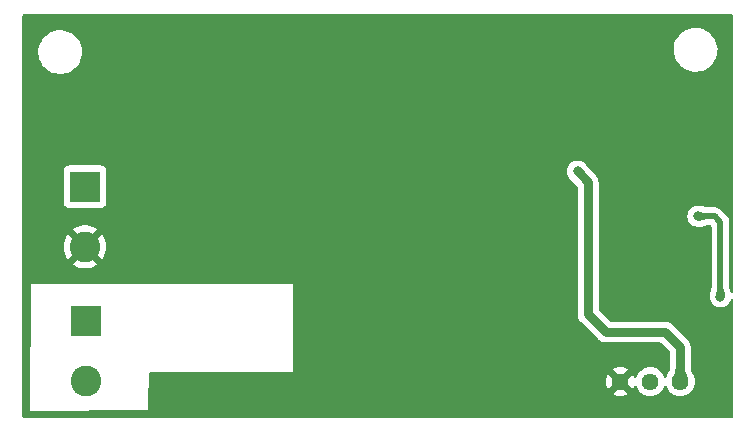
<source format=gbr>
%TF.GenerationSoftware,KiCad,Pcbnew,7.0.5*%
%TF.CreationDate,2023-07-04T22:36:34+05:30*%
%TF.ProjectId,BUCK_LOW_EMI,4255434b-5f4c-44f5-975f-454d492e6b69,rev?*%
%TF.SameCoordinates,Original*%
%TF.FileFunction,Copper,L2,Bot*%
%TF.FilePolarity,Positive*%
%FSLAX46Y46*%
G04 Gerber Fmt 4.6, Leading zero omitted, Abs format (unit mm)*
G04 Created by KiCad (PCBNEW 7.0.5) date 2023-07-04 22:36:34*
%MOMM*%
%LPD*%
G01*
G04 APERTURE LIST*
%TA.AperFunction,ComponentPad*%
%ADD10R,2.600000X2.600000*%
%TD*%
%TA.AperFunction,ComponentPad*%
%ADD11C,2.600000*%
%TD*%
%TA.AperFunction,ComponentPad*%
%ADD12C,1.440000*%
%TD*%
%TA.AperFunction,ViaPad*%
%ADD13C,0.800000*%
%TD*%
%TA.AperFunction,Conductor*%
%ADD14C,0.500000*%
%TD*%
%TA.AperFunction,Conductor*%
%ADD15C,0.750000*%
%TD*%
G04 APERTURE END LIST*
D10*
%TO.P,J1,1,Pin_1*%
%TO.N,Net-(D1-K)*%
X62595000Y-86255000D03*
D11*
%TO.P,J1,2,Pin_2*%
%TO.N,Net-(D3-K)*%
X62595000Y-91335000D03*
%TD*%
D12*
%TO.P,RV1,1,1*%
%TO.N,/VDC*%
X112900000Y-91400000D03*
%TO.P,RV1,2,2*%
%TO.N,Net-(U1-FB)*%
X110360000Y-91400000D03*
%TO.P,RV1,3,3*%
%TO.N,GND*%
X107820000Y-91400000D03*
%TD*%
D10*
%TO.P,J2,1,Pin_1*%
%TO.N,/VDC1*%
X62500000Y-74900000D03*
D11*
%TO.P,J2,2,Pin_2*%
%TO.N,GND*%
X62500000Y-79980000D03*
%TD*%
D13*
%TO.N,GND*%
X115000000Y-79600000D03*
X82200000Y-61100000D03*
X95000000Y-92700000D03*
X68000000Y-66500000D03*
X68700000Y-79400000D03*
X107400000Y-65500000D03*
X107600000Y-76000000D03*
X109400000Y-65500000D03*
X93400000Y-61000000D03*
X70800000Y-81400000D03*
X68700000Y-81400000D03*
X75700000Y-81300000D03*
X114200000Y-81200000D03*
X93000000Y-92700000D03*
X114200000Y-80200000D03*
X71000000Y-91100000D03*
X66000000Y-62500000D03*
X95000000Y-90700000D03*
X66000000Y-66500000D03*
X68800000Y-91100000D03*
X92600000Y-75600000D03*
X116500000Y-71900000D03*
X68000000Y-62500000D03*
X68000000Y-64500000D03*
X114200000Y-79100000D03*
X116500000Y-73600000D03*
X107600000Y-77300000D03*
X105400000Y-67500000D03*
X64000000Y-62500000D03*
X107400000Y-67500000D03*
X75800000Y-92600000D03*
X115000000Y-80700000D03*
X75700000Y-79400000D03*
X104000000Y-61000000D03*
X71000000Y-93900000D03*
X94600000Y-77600000D03*
X68800000Y-92600000D03*
X71000000Y-92600000D03*
X105400000Y-63500000D03*
X66000000Y-64500000D03*
X109400000Y-63500000D03*
X68800000Y-93900000D03*
X107400000Y-63500000D03*
X64000000Y-66500000D03*
X94600000Y-75600000D03*
X64000000Y-64500000D03*
X93000000Y-90700000D03*
X116500000Y-75500000D03*
X92600000Y-77600000D03*
X72600000Y-61000000D03*
X109400000Y-67500000D03*
X70800000Y-79400000D03*
X105400000Y-65500000D03*
X107600000Y-78500000D03*
%TO.N,Net-(U1-SW)*%
X116300000Y-84200000D03*
X114400000Y-77400000D03*
%TO.N,/VDC*%
X104200000Y-73600000D03*
%TD*%
D14*
%TO.N,Net-(U1-SW)*%
X116300000Y-77900000D02*
X116100000Y-77700000D01*
X116300000Y-84200000D02*
X116300000Y-77900000D01*
X116100000Y-77700000D02*
X115800000Y-77400000D01*
X115800000Y-77400000D02*
X114400000Y-77400000D01*
D15*
%TO.N,/VDC*%
X111600000Y-87200000D02*
X106600000Y-87200000D01*
X105100000Y-74500000D02*
X104200000Y-73600000D01*
X112900000Y-88500000D02*
X111600000Y-87200000D01*
X112900000Y-91400000D02*
X112900000Y-88500000D01*
X105100000Y-85700000D02*
X105100000Y-74500000D01*
X106600000Y-87200000D02*
X105100000Y-85700000D01*
%TD*%
%TA.AperFunction,Conductor*%
%TO.N,GND*%
G36*
X117342539Y-60320185D02*
G01*
X117388294Y-60372989D01*
X117399500Y-60424500D01*
X117399499Y-83772965D01*
X117379814Y-83840004D01*
X117327010Y-83885759D01*
X117257852Y-83895703D01*
X117194296Y-83866678D01*
X117156522Y-83807900D01*
X117155683Y-83804903D01*
X117134224Y-83724259D01*
X117130861Y-83712732D01*
X117127041Y-83700707D01*
X117123099Y-83689257D01*
X117086125Y-83589669D01*
X117084334Y-83584033D01*
X117068904Y-83526046D01*
X117065108Y-83503783D01*
X117054816Y-83371572D01*
X117054815Y-83371564D01*
X117054815Y-83371559D01*
X117050962Y-83337252D01*
X117050888Y-83336591D01*
X117050500Y-83329667D01*
X117050500Y-77963705D01*
X117051809Y-77945735D01*
X117053789Y-77932214D01*
X117055289Y-77921977D01*
X117050735Y-77869931D01*
X117050500Y-77864528D01*
X117050500Y-77856296D01*
X117050500Y-77856291D01*
X117046795Y-77824602D01*
X117046618Y-77822876D01*
X117039999Y-77747203D01*
X117039999Y-77747201D01*
X117038539Y-77740129D01*
X117038597Y-77740116D01*
X117036965Y-77732757D01*
X117036906Y-77732772D01*
X117035241Y-77725751D01*
X117035241Y-77725745D01*
X117009267Y-77654382D01*
X117008691Y-77652723D01*
X116984814Y-77580666D01*
X116984810Y-77580659D01*
X116981760Y-77574118D01*
X116981815Y-77574091D01*
X116978533Y-77567313D01*
X116978480Y-77567340D01*
X116975236Y-77560881D01*
X116933529Y-77497470D01*
X116932560Y-77495949D01*
X116892710Y-77431342D01*
X116888234Y-77425682D01*
X116888281Y-77425644D01*
X116883519Y-77419799D01*
X116883474Y-77419838D01*
X116878831Y-77414305D01*
X116823620Y-77362216D01*
X116822360Y-77360993D01*
X116599777Y-77138409D01*
X116375729Y-76914361D01*
X116363949Y-76900730D01*
X116356482Y-76890701D01*
X116349612Y-76881472D01*
X116349610Y-76881470D01*
X116309587Y-76847886D01*
X116305612Y-76844244D01*
X116302690Y-76841322D01*
X116299779Y-76838410D01*
X116274736Y-76818609D01*
X116273338Y-76817470D01*
X116215214Y-76768698D01*
X116209180Y-76764729D01*
X116209212Y-76764680D01*
X116202853Y-76760628D01*
X116202822Y-76760679D01*
X116196680Y-76756891D01*
X116196678Y-76756890D01*
X116196677Y-76756889D01*
X116127872Y-76724804D01*
X116126252Y-76724019D01*
X116079416Y-76700498D01*
X116058433Y-76689960D01*
X116058431Y-76689959D01*
X116058430Y-76689959D01*
X116051645Y-76687489D01*
X116051665Y-76687433D01*
X116044549Y-76684959D01*
X116044531Y-76685015D01*
X116037674Y-76682743D01*
X115963328Y-76667391D01*
X115961569Y-76667001D01*
X115887718Y-76649499D01*
X115880547Y-76648661D01*
X115880553Y-76648601D01*
X115873055Y-76647835D01*
X115873050Y-76647895D01*
X115865860Y-76647265D01*
X115789968Y-76649474D01*
X115788165Y-76649500D01*
X115261418Y-76649500D01*
X115234299Y-76646498D01*
X115230836Y-76645722D01*
X115228441Y-76645185D01*
X115096215Y-76634891D01*
X115073954Y-76631095D01*
X115015971Y-76615666D01*
X115010332Y-76613874D01*
X114910680Y-76576877D01*
X114910663Y-76576871D01*
X114899093Y-76572891D01*
X114894408Y-76571405D01*
X114887120Y-76569093D01*
X114887103Y-76569088D01*
X114887084Y-76569082D01*
X114875675Y-76565758D01*
X114875678Y-76565758D01*
X114875665Y-76565755D01*
X114875661Y-76565754D01*
X114774585Y-76538857D01*
X114720259Y-76524400D01*
X114720249Y-76524397D01*
X114720246Y-76524397D01*
X114707399Y-76521600D01*
X114697638Y-76519476D01*
X114672831Y-76515255D01*
X114650016Y-76512431D01*
X114504944Y-76501139D01*
X114496864Y-76499971D01*
X114495902Y-76499767D01*
X114494647Y-76499500D01*
X114494646Y-76499500D01*
X114486287Y-76499500D01*
X114481475Y-76499313D01*
X114475699Y-76498863D01*
X114447009Y-76496630D01*
X114437423Y-76496066D01*
X114431821Y-76495843D01*
X114431812Y-76495843D01*
X114431806Y-76495843D01*
X114409425Y-76496568D01*
X114358909Y-76498206D01*
X114354037Y-76498893D01*
X114345380Y-76499500D01*
X114305354Y-76499500D01*
X114272897Y-76506398D01*
X114120197Y-76538855D01*
X114120192Y-76538857D01*
X113947270Y-76615848D01*
X113947265Y-76615851D01*
X113794129Y-76727111D01*
X113667466Y-76867785D01*
X113572821Y-77031715D01*
X113572818Y-77031722D01*
X113538154Y-77138409D01*
X113514326Y-77211744D01*
X113494540Y-77400000D01*
X113514326Y-77588256D01*
X113514327Y-77588259D01*
X113572818Y-77768277D01*
X113572821Y-77768284D01*
X113667467Y-77932216D01*
X113794128Y-78072887D01*
X113794129Y-78072888D01*
X113947265Y-78184148D01*
X113947270Y-78184151D01*
X114120192Y-78261142D01*
X114120197Y-78261144D01*
X114305354Y-78300500D01*
X114411513Y-78300500D01*
X114415526Y-78300630D01*
X114451807Y-78302996D01*
X114481472Y-78300686D01*
X114486283Y-78300500D01*
X114494641Y-78300500D01*
X114494646Y-78300500D01*
X114496866Y-78300027D01*
X114504949Y-78298858D01*
X114650047Y-78287565D01*
X114650072Y-78287561D01*
X114650081Y-78287561D01*
X114672875Y-78284737D01*
X114672875Y-78284736D01*
X114672899Y-78284734D01*
X114697727Y-78280504D01*
X114717808Y-78276130D01*
X114720276Y-78275593D01*
X114720280Y-78275592D01*
X114875739Y-78234224D01*
X114887266Y-78230861D01*
X114899292Y-78227041D01*
X114910745Y-78223098D01*
X115010327Y-78186124D01*
X115015945Y-78184338D01*
X115073954Y-78168901D01*
X115096202Y-78165107D01*
X115228438Y-78154815D01*
X115228466Y-78154811D01*
X115228486Y-78154810D01*
X115263412Y-78150888D01*
X115270337Y-78150500D01*
X115425499Y-78150500D01*
X115492538Y-78170185D01*
X115538293Y-78222989D01*
X115549499Y-78274500D01*
X115549499Y-83338577D01*
X115546499Y-83365686D01*
X115545186Y-83371546D01*
X115545183Y-83371564D01*
X115534891Y-83503786D01*
X115531095Y-83526050D01*
X115515668Y-83584023D01*
X115513878Y-83589653D01*
X115498186Y-83631920D01*
X115476849Y-83689394D01*
X115476832Y-83689442D01*
X115472810Y-83701149D01*
X115472783Y-83701229D01*
X115469001Y-83713187D01*
X115465737Y-83724404D01*
X115465726Y-83724444D01*
X115424407Y-83879716D01*
X115419504Y-83902223D01*
X115419497Y-83902258D01*
X115415271Y-83927048D01*
X115412437Y-83949918D01*
X115396617Y-84153130D01*
X115396043Y-84162983D01*
X115395820Y-84168766D01*
X115396157Y-84178991D01*
X115395851Y-84187517D01*
X115394540Y-84200001D01*
X115394540Y-84200003D01*
X115397675Y-84229840D01*
X115397981Y-84234268D01*
X115398206Y-84241085D01*
X115399136Y-84247675D01*
X115399069Y-84247684D01*
X115400247Y-84254307D01*
X115414326Y-84388256D01*
X115414327Y-84388258D01*
X115414327Y-84388260D01*
X115472818Y-84568277D01*
X115472821Y-84568284D01*
X115567467Y-84732216D01*
X115694128Y-84872887D01*
X115694129Y-84872888D01*
X115847265Y-84984148D01*
X115847270Y-84984151D01*
X116020192Y-85061142D01*
X116020197Y-85061144D01*
X116205354Y-85100500D01*
X116205355Y-85100500D01*
X116394644Y-85100500D01*
X116394646Y-85100500D01*
X116579803Y-85061144D01*
X116752730Y-84984151D01*
X116905871Y-84872888D01*
X117032533Y-84732216D01*
X117127179Y-84568284D01*
X117157568Y-84474754D01*
X117197006Y-84417078D01*
X117261365Y-84389880D01*
X117330211Y-84401795D01*
X117381687Y-84449039D01*
X117399500Y-84513072D01*
X117399500Y-94375500D01*
X117379815Y-94442539D01*
X117327011Y-94488294D01*
X117275500Y-94499500D01*
X57324500Y-94499500D01*
X57257461Y-94479815D01*
X57211706Y-94427011D01*
X57200500Y-94375500D01*
X57200500Y-93900000D01*
X57800000Y-93900000D01*
X67800000Y-93800000D01*
X67842166Y-92450705D01*
X107193557Y-92450705D01*
X107207667Y-92460586D01*
X107207672Y-92460588D01*
X107401135Y-92550801D01*
X107401146Y-92550805D01*
X107607337Y-92606054D01*
X107607345Y-92606055D01*
X107819998Y-92624660D01*
X107820002Y-92624660D01*
X108032654Y-92606055D01*
X108032662Y-92606054D01*
X108238853Y-92550805D01*
X108238859Y-92550802D01*
X108432329Y-92460586D01*
X108432336Y-92460582D01*
X108446441Y-92450705D01*
X108446441Y-92450704D01*
X107820001Y-91824264D01*
X107820000Y-91824264D01*
X107193557Y-92450704D01*
X107193557Y-92450705D01*
X67842166Y-92450705D01*
X67875000Y-91400002D01*
X106595340Y-91400002D01*
X106613944Y-91612654D01*
X106613945Y-91612662D01*
X106669194Y-91818853D01*
X106669198Y-91818864D01*
X106759410Y-92012325D01*
X106769294Y-92026440D01*
X107395736Y-91400000D01*
X107415014Y-91400000D01*
X107434835Y-91525148D01*
X107492359Y-91638045D01*
X107581955Y-91727641D01*
X107694852Y-91785165D01*
X107788519Y-91800000D01*
X107851481Y-91800000D01*
X107945148Y-91785165D01*
X108058045Y-91727641D01*
X108147641Y-91638045D01*
X108205165Y-91525148D01*
X108224986Y-91400000D01*
X108205165Y-91274852D01*
X108147641Y-91161955D01*
X108058045Y-91072359D01*
X107945148Y-91014835D01*
X107851481Y-91000000D01*
X107788519Y-91000000D01*
X107694852Y-91014835D01*
X107581955Y-91072359D01*
X107492359Y-91161955D01*
X107434835Y-91274852D01*
X107415014Y-91400000D01*
X107395736Y-91400000D01*
X106769294Y-90773558D01*
X106759413Y-90787669D01*
X106669197Y-90981140D01*
X106669194Y-90981146D01*
X106613945Y-91187337D01*
X106613944Y-91187345D01*
X106595340Y-91399997D01*
X106595340Y-91400002D01*
X67875000Y-91400002D01*
X67896246Y-90720126D01*
X67918014Y-90653735D01*
X67972222Y-90609652D01*
X68020185Y-90600000D01*
X80100000Y-90600000D01*
X80100000Y-90349294D01*
X107193558Y-90349294D01*
X107820000Y-90975736D01*
X107820001Y-90975736D01*
X108446441Y-90349294D01*
X108432325Y-90339410D01*
X108238864Y-90249198D01*
X108238853Y-90249194D01*
X108032662Y-90193945D01*
X108032654Y-90193944D01*
X107820002Y-90175340D01*
X107819998Y-90175340D01*
X107607345Y-90193944D01*
X107607337Y-90193945D01*
X107401146Y-90249194D01*
X107401140Y-90249197D01*
X107207669Y-90339413D01*
X107193558Y-90349294D01*
X80100000Y-90349294D01*
X80100000Y-83100000D01*
X57900000Y-83100000D01*
X57800000Y-93900000D01*
X57200500Y-93900000D01*
X57200500Y-79980004D01*
X60694953Y-79980004D01*
X60715113Y-80249026D01*
X60715113Y-80249028D01*
X60775142Y-80512033D01*
X60775148Y-80512052D01*
X60873709Y-80763181D01*
X60873708Y-80763181D01*
X61008602Y-80996822D01*
X61030922Y-81024811D01*
X61030923Y-81024811D01*
X61880111Y-80175623D01*
X61907188Y-80258956D01*
X61995186Y-80397619D01*
X62114903Y-80510040D01*
X62258817Y-80589158D01*
X62303605Y-80600657D01*
X61456894Y-81447368D01*
X61597474Y-81543214D01*
X61597485Y-81543221D01*
X61840539Y-81660269D01*
X61840537Y-81660269D01*
X62098337Y-81739790D01*
X62098343Y-81739792D01*
X62365101Y-81779999D01*
X62365110Y-81780000D01*
X62634890Y-81780000D01*
X62634898Y-81779999D01*
X62901656Y-81739792D01*
X62901662Y-81739790D01*
X63159461Y-81660269D01*
X63402516Y-81543221D01*
X63402517Y-81543220D01*
X63543105Y-81447369D01*
X62696879Y-80601142D01*
X62815629Y-80554126D01*
X62948492Y-80457595D01*
X63053175Y-80331055D01*
X63123100Y-80182457D01*
X63123680Y-80179415D01*
X63969076Y-81024811D01*
X63991399Y-80996820D01*
X64126290Y-80763181D01*
X64224851Y-80512052D01*
X64224857Y-80512033D01*
X64284886Y-80249028D01*
X64284886Y-80249026D01*
X64305047Y-79980004D01*
X64305047Y-79979995D01*
X64284886Y-79710973D01*
X64284886Y-79710971D01*
X64224857Y-79447966D01*
X64224851Y-79447947D01*
X64126290Y-79196818D01*
X64126291Y-79196818D01*
X63991400Y-78963182D01*
X63991393Y-78963171D01*
X63969076Y-78935188D01*
X63969075Y-78935187D01*
X63119887Y-79784375D01*
X63092812Y-79701044D01*
X63004814Y-79562381D01*
X62885097Y-79449960D01*
X62741183Y-79370842D01*
X62696392Y-79359341D01*
X63543105Y-78512629D01*
X63402524Y-78416783D01*
X63402516Y-78416778D01*
X63159460Y-78299730D01*
X63159462Y-78299730D01*
X62901662Y-78220209D01*
X62901656Y-78220207D01*
X62634898Y-78180000D01*
X62365101Y-78180000D01*
X62098343Y-78220207D01*
X62098337Y-78220209D01*
X61840538Y-78299730D01*
X61597485Y-78416778D01*
X61597476Y-78416783D01*
X61456894Y-78512630D01*
X62303120Y-79358857D01*
X62184371Y-79405874D01*
X62051508Y-79502405D01*
X61946825Y-79628945D01*
X61876900Y-79777543D01*
X61876319Y-79780584D01*
X61030923Y-78935188D01*
X61008600Y-78963180D01*
X60873709Y-79196818D01*
X60775148Y-79447947D01*
X60775142Y-79447966D01*
X60715113Y-79710971D01*
X60715113Y-79710973D01*
X60694953Y-79979995D01*
X60694953Y-79980004D01*
X57200500Y-79980004D01*
X57200500Y-76247870D01*
X60699500Y-76247870D01*
X60699501Y-76247876D01*
X60705908Y-76307483D01*
X60756202Y-76442328D01*
X60756206Y-76442335D01*
X60842452Y-76557544D01*
X60842455Y-76557547D01*
X60957664Y-76643793D01*
X60957671Y-76643797D01*
X61092517Y-76694091D01*
X61092516Y-76694091D01*
X61099444Y-76694835D01*
X61152127Y-76700500D01*
X63847872Y-76700499D01*
X63907483Y-76694091D01*
X64042331Y-76643796D01*
X64157546Y-76557546D01*
X64243796Y-76442331D01*
X64294091Y-76307483D01*
X64300500Y-76247873D01*
X64300499Y-73600000D01*
X103294540Y-73600000D01*
X103314326Y-73788256D01*
X103314327Y-73788259D01*
X103372818Y-73968277D01*
X103372821Y-73968284D01*
X103467467Y-74132216D01*
X103594129Y-74272888D01*
X103734763Y-74375064D01*
X103749552Y-74387696D01*
X104188181Y-74826325D01*
X104221666Y-74887648D01*
X104224500Y-74914006D01*
X104224500Y-85661897D01*
X104224295Y-85666931D01*
X104219660Y-85723844D01*
X104230801Y-85805621D01*
X104231005Y-85807286D01*
X104239927Y-85889316D01*
X104239929Y-85889327D01*
X104239990Y-85889506D01*
X104245340Y-85912331D01*
X104245366Y-85912525D01*
X104245369Y-85912536D01*
X104273830Y-85990007D01*
X104274387Y-85991590D01*
X104300731Y-86069776D01*
X104300734Y-86069782D01*
X104300832Y-86069945D01*
X104310969Y-86091099D01*
X104311036Y-86091283D01*
X104311040Y-86091290D01*
X104355498Y-86160846D01*
X104356382Y-86162272D01*
X104398912Y-86232955D01*
X104399042Y-86233092D01*
X104413495Y-86251579D01*
X104413601Y-86251745D01*
X104471952Y-86310096D01*
X104473124Y-86311300D01*
X104529866Y-86371203D01*
X104529868Y-86371204D01*
X104529871Y-86371207D01*
X104530028Y-86371314D01*
X104548121Y-86386265D01*
X105953992Y-87792136D01*
X105957396Y-87795829D01*
X105994362Y-87839350D01*
X105994366Y-87839354D01*
X105994369Y-87839357D01*
X106060123Y-87889341D01*
X106061335Y-87890288D01*
X106098283Y-87919989D01*
X106125702Y-87942030D01*
X106125872Y-87942114D01*
X106145814Y-87954483D01*
X106145971Y-87954602D01*
X106220905Y-87989270D01*
X106222366Y-87989970D01*
X106296307Y-88026641D01*
X106296483Y-88026684D01*
X106318626Y-88034480D01*
X106318803Y-88034562D01*
X106318806Y-88034563D01*
X106346101Y-88040570D01*
X106399427Y-88052308D01*
X106401018Y-88052682D01*
X106428953Y-88059628D01*
X106481110Y-88072600D01*
X106481283Y-88072604D01*
X106504602Y-88075460D01*
X106504784Y-88075500D01*
X106587302Y-88075500D01*
X106588981Y-88075523D01*
X106624392Y-88076481D01*
X106671473Y-88077757D01*
X106671655Y-88077721D01*
X106695023Y-88075500D01*
X111185994Y-88075500D01*
X111253033Y-88095185D01*
X111273675Y-88111819D01*
X111988182Y-88826326D01*
X112021666Y-88887647D01*
X112024500Y-88914005D01*
X112024500Y-89917199D01*
X112022711Y-89938188D01*
X112019378Y-89957590D01*
X112019378Y-89957596D01*
X112012355Y-90214987D01*
X112011844Y-90221416D01*
X111994296Y-90354325D01*
X111990262Y-90373295D01*
X111959924Y-90475766D01*
X111957747Y-90481912D01*
X111887340Y-90651747D01*
X111774734Y-90914702D01*
X111774723Y-90914729D01*
X111759090Y-90958136D01*
X111756949Y-90963328D01*
X111748723Y-90980970D01*
X111746872Y-90986058D01*
X111744757Y-90985288D01*
X111713388Y-91036726D01*
X111650534Y-91067241D01*
X111581161Y-91058930D01*
X111527293Y-91014432D01*
X111514168Y-90985685D01*
X111513130Y-90986064D01*
X111511279Y-90980983D01*
X111511276Y-90980970D01*
X111421021Y-90787419D01*
X111298529Y-90612481D01*
X111298527Y-90612478D01*
X111147521Y-90461472D01*
X111007707Y-90363574D01*
X110972581Y-90338979D01*
X110972580Y-90338978D01*
X110972578Y-90338977D01*
X110972579Y-90338977D01*
X110843546Y-90278809D01*
X110779030Y-90248724D01*
X110779026Y-90248723D01*
X110779022Y-90248721D01*
X110572752Y-90193452D01*
X110572748Y-90193451D01*
X110572747Y-90193451D01*
X110572746Y-90193450D01*
X110572741Y-90193450D01*
X110360002Y-90174838D01*
X110359998Y-90174838D01*
X110147258Y-90193450D01*
X110147247Y-90193452D01*
X109940977Y-90248721D01*
X109940968Y-90248725D01*
X109747421Y-90338977D01*
X109572478Y-90461472D01*
X109421472Y-90612478D01*
X109298977Y-90787421D01*
X109208725Y-90980968D01*
X109206870Y-90986064D01*
X109205031Y-90985394D01*
X109173104Y-91037715D01*
X109110242Y-91068212D01*
X109040870Y-91059883D01*
X108987015Y-91015371D01*
X108973571Y-90985903D01*
X108972658Y-90986236D01*
X108970801Y-90981135D01*
X108880588Y-90787672D01*
X108880586Y-90787667D01*
X108870704Y-90773557D01*
X108244263Y-91399999D01*
X108244263Y-91400000D01*
X108870705Y-92026441D01*
X108880582Y-92012336D01*
X108880586Y-92012329D01*
X108970802Y-91818859D01*
X108972658Y-91813764D01*
X108974567Y-91814458D01*
X109006291Y-91762362D01*
X109069125Y-91731806D01*
X109138504Y-91740071D01*
X109192401Y-91784533D01*
X109205989Y-91814256D01*
X109206870Y-91813936D01*
X109208722Y-91819022D01*
X109208724Y-91819030D01*
X109211165Y-91824264D01*
X109298977Y-92012578D01*
X109421472Y-92187521D01*
X109572478Y-92338527D01*
X109572481Y-92338529D01*
X109747419Y-92461021D01*
X109747421Y-92461022D01*
X109747420Y-92461022D01*
X109811936Y-92491106D01*
X109940970Y-92551276D01*
X110147253Y-92606549D01*
X110299215Y-92619843D01*
X110359998Y-92625162D01*
X110360000Y-92625162D01*
X110360002Y-92625162D01*
X110413186Y-92620508D01*
X110572747Y-92606549D01*
X110779030Y-92551276D01*
X110972581Y-92461021D01*
X111147519Y-92338529D01*
X111298529Y-92187519D01*
X111421021Y-92012581D01*
X111511276Y-91819030D01*
X111511280Y-91819013D01*
X111513130Y-91813936D01*
X111515253Y-91814709D01*
X111546576Y-91763305D01*
X111609419Y-91732766D01*
X111678796Y-91741050D01*
X111732680Y-91785528D01*
X111745827Y-91814315D01*
X111746870Y-91813936D01*
X111748722Y-91819022D01*
X111748724Y-91819030D01*
X111751165Y-91824264D01*
X111838977Y-92012578D01*
X111961472Y-92187521D01*
X112112478Y-92338527D01*
X112112481Y-92338529D01*
X112287419Y-92461021D01*
X112287421Y-92461022D01*
X112287420Y-92461022D01*
X112351936Y-92491106D01*
X112480970Y-92551276D01*
X112687253Y-92606549D01*
X112839215Y-92619844D01*
X112899998Y-92625162D01*
X112900000Y-92625162D01*
X112900002Y-92625162D01*
X112953186Y-92620508D01*
X113112747Y-92606549D01*
X113319030Y-92551276D01*
X113512581Y-92461021D01*
X113687519Y-92338529D01*
X113838529Y-92187519D01*
X113961021Y-92012581D01*
X114051276Y-91819030D01*
X114106549Y-91612747D01*
X114125162Y-91400000D01*
X114106549Y-91187253D01*
X114052539Y-90985685D01*
X114051278Y-90980977D01*
X114051273Y-90980963D01*
X114036415Y-90949101D01*
X114029024Y-90928795D01*
X114025220Y-90914599D01*
X113912659Y-90651757D01*
X113842249Y-90481912D01*
X113840076Y-90475776D01*
X113809735Y-90373293D01*
X113805700Y-90354326D01*
X113788153Y-90221431D01*
X113787642Y-90215001D01*
X113786547Y-90174838D01*
X113780622Y-89957599D01*
X113780620Y-89957576D01*
X113780619Y-89957551D01*
X113776693Y-89904603D01*
X113776699Y-89904602D01*
X113775500Y-89890428D01*
X113775500Y-88538110D01*
X113775705Y-88533075D01*
X113777321Y-88513225D01*
X113780340Y-88476152D01*
X113769193Y-88394348D01*
X113768990Y-88392684D01*
X113760073Y-88310685D01*
X113760015Y-88310513D01*
X113754656Y-88287649D01*
X113754631Y-88287463D01*
X113726161Y-88209973D01*
X113725614Y-88208416D01*
X113699269Y-88130223D01*
X113699266Y-88130218D01*
X113699172Y-88130061D01*
X113689025Y-88108887D01*
X113688960Y-88108710D01*
X113667732Y-88075500D01*
X113644492Y-88039140D01*
X113643640Y-88037767D01*
X113601089Y-87967046D01*
X113600955Y-87966904D01*
X113586504Y-87948419D01*
X113586400Y-87948256D01*
X113528028Y-87889884D01*
X113526894Y-87888718D01*
X113498731Y-87858987D01*
X113470129Y-87828793D01*
X113469970Y-87828685D01*
X113451877Y-87813733D01*
X113430268Y-87792124D01*
X112245999Y-86607855D01*
X112242608Y-86604176D01*
X112205631Y-86560643D01*
X112139932Y-86510700D01*
X112138615Y-86509670D01*
X112074302Y-86457973D01*
X112074294Y-86457968D01*
X112074120Y-86457882D01*
X112054182Y-86445514D01*
X112054029Y-86445398D01*
X111979136Y-86410748D01*
X111977623Y-86410023D01*
X111903700Y-86373362D01*
X111903696Y-86373360D01*
X111903693Y-86373359D01*
X111903687Y-86373357D01*
X111903680Y-86373355D01*
X111903488Y-86373307D01*
X111881385Y-86365525D01*
X111881198Y-86365438D01*
X111881195Y-86365437D01*
X111800593Y-86347694D01*
X111798960Y-86347311D01*
X111718887Y-86327399D01*
X111718689Y-86327394D01*
X111695413Y-86324543D01*
X111695222Y-86324501D01*
X111695219Y-86324500D01*
X111695216Y-86324500D01*
X111695212Y-86324500D01*
X111612697Y-86324500D01*
X111611018Y-86324477D01*
X111528527Y-86322243D01*
X111528345Y-86322278D01*
X111504977Y-86324500D01*
X107014006Y-86324500D01*
X106946967Y-86304815D01*
X106926325Y-86288181D01*
X106011819Y-85373675D01*
X105978334Y-85312352D01*
X105975500Y-85285994D01*
X105975500Y-74538098D01*
X105975705Y-74533063D01*
X105977205Y-74514630D01*
X105980339Y-74476152D01*
X105969196Y-74394369D01*
X105968992Y-74392701D01*
X105967073Y-74375058D01*
X105960073Y-74310684D01*
X105960014Y-74310509D01*
X105954656Y-74287649D01*
X105954631Y-74287463D01*
X105926161Y-74209973D01*
X105925614Y-74208416D01*
X105899269Y-74130223D01*
X105899266Y-74130218D01*
X105899172Y-74130061D01*
X105889025Y-74108887D01*
X105888960Y-74108710D01*
X105844506Y-74039163D01*
X105843640Y-74037767D01*
X105801089Y-73967046D01*
X105800955Y-73966904D01*
X105786504Y-73948419D01*
X105786400Y-73948256D01*
X105728028Y-73889884D01*
X105726894Y-73888718D01*
X105698731Y-73858987D01*
X105670129Y-73828793D01*
X105669970Y-73828685D01*
X105651877Y-73813733D01*
X104980418Y-73142274D01*
X104960711Y-73116591D01*
X104954543Y-73105908D01*
X104932533Y-73067784D01*
X104805871Y-72927112D01*
X104805870Y-72927111D01*
X104652734Y-72815851D01*
X104652729Y-72815848D01*
X104479807Y-72738857D01*
X104479802Y-72738855D01*
X104334001Y-72707865D01*
X104294646Y-72699500D01*
X104105354Y-72699500D01*
X104072897Y-72706398D01*
X103920197Y-72738855D01*
X103920192Y-72738857D01*
X103747270Y-72815848D01*
X103747265Y-72815851D01*
X103594129Y-72927111D01*
X103467466Y-73067785D01*
X103372821Y-73231715D01*
X103372818Y-73231722D01*
X103331896Y-73357669D01*
X103314326Y-73411744D01*
X103294540Y-73600000D01*
X64300499Y-73600000D01*
X64300499Y-73552128D01*
X64294091Y-73492517D01*
X64243796Y-73357669D01*
X64243795Y-73357668D01*
X64243793Y-73357664D01*
X64157547Y-73242455D01*
X64157544Y-73242452D01*
X64042335Y-73156206D01*
X64042328Y-73156202D01*
X63907482Y-73105908D01*
X63907483Y-73105908D01*
X63847883Y-73099501D01*
X63847881Y-73099500D01*
X63847873Y-73099500D01*
X63847864Y-73099500D01*
X61152129Y-73099500D01*
X61152123Y-73099501D01*
X61092516Y-73105908D01*
X60957671Y-73156202D01*
X60957664Y-73156206D01*
X60842455Y-73242452D01*
X60842452Y-73242455D01*
X60756206Y-73357664D01*
X60756202Y-73357671D01*
X60705908Y-73492517D01*
X60699501Y-73552116D01*
X60699501Y-73552123D01*
X60699500Y-73552135D01*
X60699500Y-76247870D01*
X57200500Y-76247870D01*
X57200500Y-63567763D01*
X58545787Y-63567763D01*
X58575413Y-63837013D01*
X58575415Y-63837024D01*
X58624735Y-64025675D01*
X58643928Y-64099088D01*
X58749870Y-64348390D01*
X58834396Y-64486890D01*
X58890979Y-64579605D01*
X58890986Y-64579615D01*
X59064253Y-64787819D01*
X59064259Y-64787824D01*
X59265998Y-64968582D01*
X59491910Y-65118044D01*
X59737176Y-65233020D01*
X59737183Y-65233022D01*
X59737185Y-65233023D01*
X59996557Y-65311057D01*
X59996564Y-65311058D01*
X59996569Y-65311060D01*
X60264561Y-65350500D01*
X60264566Y-65350500D01*
X60467629Y-65350500D01*
X60467631Y-65350500D01*
X60467636Y-65350499D01*
X60467648Y-65350499D01*
X60505191Y-65347750D01*
X60670156Y-65335677D01*
X60782758Y-65310593D01*
X60934546Y-65276782D01*
X60934548Y-65276781D01*
X60934553Y-65276780D01*
X61187558Y-65180014D01*
X61423777Y-65047441D01*
X61638177Y-64881888D01*
X61826186Y-64686881D01*
X61983799Y-64466579D01*
X62057787Y-64322669D01*
X62107649Y-64225690D01*
X62107651Y-64225684D01*
X62107656Y-64225675D01*
X62195118Y-63969305D01*
X62244319Y-63702933D01*
X62254212Y-63432235D01*
X62247118Y-63367763D01*
X112345787Y-63367763D01*
X112375413Y-63637013D01*
X112375415Y-63637024D01*
X112427702Y-63837024D01*
X112443928Y-63899088D01*
X112549870Y-64148390D01*
X112597035Y-64225672D01*
X112690979Y-64379605D01*
X112690986Y-64379615D01*
X112864253Y-64587819D01*
X112864259Y-64587824D01*
X113065998Y-64768582D01*
X113291910Y-64918044D01*
X113537176Y-65033020D01*
X113537183Y-65033022D01*
X113537185Y-65033023D01*
X113796557Y-65111057D01*
X113796564Y-65111058D01*
X113796569Y-65111060D01*
X114064561Y-65150500D01*
X114064566Y-65150500D01*
X114267629Y-65150500D01*
X114267631Y-65150500D01*
X114267636Y-65150499D01*
X114267648Y-65150499D01*
X114305191Y-65147750D01*
X114470156Y-65135677D01*
X114582758Y-65110593D01*
X114734546Y-65076782D01*
X114734548Y-65076781D01*
X114734553Y-65076780D01*
X114987558Y-64980014D01*
X115223777Y-64847441D01*
X115438177Y-64681888D01*
X115626186Y-64486881D01*
X115783799Y-64266579D01*
X115869915Y-64099082D01*
X115907649Y-64025690D01*
X115907651Y-64025684D01*
X115907656Y-64025675D01*
X115995118Y-63769305D01*
X116044319Y-63502933D01*
X116054212Y-63232235D01*
X116024586Y-62962982D01*
X115956072Y-62700912D01*
X115850130Y-62451610D01*
X115709018Y-62220390D01*
X115619747Y-62113119D01*
X115535746Y-62012180D01*
X115535740Y-62012175D01*
X115334002Y-61831418D01*
X115108092Y-61681957D01*
X115108090Y-61681956D01*
X114862824Y-61566980D01*
X114862819Y-61566978D01*
X114862814Y-61566976D01*
X114603442Y-61488942D01*
X114603428Y-61488939D01*
X114487791Y-61471921D01*
X114335439Y-61449500D01*
X114132369Y-61449500D01*
X114132351Y-61449500D01*
X113929844Y-61464323D01*
X113929831Y-61464325D01*
X113665453Y-61523217D01*
X113665446Y-61523220D01*
X113412439Y-61619987D01*
X113176226Y-61752557D01*
X113176224Y-61752558D01*
X113176223Y-61752559D01*
X113157547Y-61766980D01*
X112961822Y-61918112D01*
X112773822Y-62113109D01*
X112773816Y-62113116D01*
X112616202Y-62333419D01*
X112616199Y-62333424D01*
X112492350Y-62574309D01*
X112492343Y-62574327D01*
X112404884Y-62830685D01*
X112404882Y-62830695D01*
X112367941Y-63030695D01*
X112355681Y-63097068D01*
X112355680Y-63097075D01*
X112345787Y-63367763D01*
X62247118Y-63367763D01*
X62224586Y-63162982D01*
X62156072Y-62900912D01*
X62050130Y-62651610D01*
X61909018Y-62420390D01*
X61836645Y-62333424D01*
X61735746Y-62212180D01*
X61735740Y-62212175D01*
X61534002Y-62031418D01*
X61308092Y-61881957D01*
X61308090Y-61881956D01*
X61062824Y-61766980D01*
X61062819Y-61766978D01*
X61062814Y-61766976D01*
X60803442Y-61688942D01*
X60803428Y-61688939D01*
X60687791Y-61671921D01*
X60535439Y-61649500D01*
X60332369Y-61649500D01*
X60332351Y-61649500D01*
X60129844Y-61664323D01*
X60129831Y-61664325D01*
X59865453Y-61723217D01*
X59865446Y-61723220D01*
X59612439Y-61819987D01*
X59376226Y-61952557D01*
X59161822Y-62118112D01*
X58973822Y-62313109D01*
X58973816Y-62313116D01*
X58816202Y-62533419D01*
X58816199Y-62533424D01*
X58692350Y-62774309D01*
X58692343Y-62774327D01*
X58604884Y-63030685D01*
X58604881Y-63030699D01*
X58555681Y-63297068D01*
X58555680Y-63297075D01*
X58545787Y-63567763D01*
X57200500Y-63567763D01*
X57200500Y-60424500D01*
X57220185Y-60357461D01*
X57272989Y-60311706D01*
X57324500Y-60300500D01*
X117275500Y-60300500D01*
X117342539Y-60320185D01*
G37*
%TD.AperFunction*%
%TD*%
%TA.AperFunction,Conductor*%
%TO.N,Net-(U1-SW)*%
G36*
X116547448Y-83403427D02*
G01*
X116550840Y-83410792D01*
X116565600Y-83600407D01*
X116565601Y-83600409D01*
X116602803Y-83740213D01*
X116602803Y-83740214D01*
X116647099Y-83859523D01*
X116647268Y-83860055D01*
X116684125Y-83998559D01*
X116684483Y-84000660D01*
X116699021Y-84187423D01*
X116696246Y-84195937D01*
X116688264Y-84199996D01*
X116687385Y-84200031D01*
X116300000Y-84200999D01*
X115912614Y-84200031D01*
X115904349Y-84196583D01*
X115900943Y-84188302D01*
X115900976Y-84187449D01*
X115915517Y-84000650D01*
X115915872Y-83998568D01*
X115952731Y-83860055D01*
X115952892Y-83859546D01*
X115997200Y-83740203D01*
X116034400Y-83600407D01*
X116049159Y-83410792D01*
X116053219Y-83402810D01*
X116060825Y-83400000D01*
X116539175Y-83400000D01*
X116547448Y-83403427D01*
G37*
%TD.AperFunction*%
%TD*%
%TA.AperFunction,Conductor*%
%TO.N,Net-(U1-SW)*%
G36*
X114412551Y-77000977D02*
G01*
X114599346Y-77015517D01*
X114601432Y-77015872D01*
X114681081Y-77037067D01*
X114739942Y-77052730D01*
X114740456Y-77052893D01*
X114831120Y-77086554D01*
X114859778Y-77097194D01*
X114859782Y-77097196D01*
X114859789Y-77097198D01*
X114859795Y-77097200D01*
X114999592Y-77134400D01*
X115189210Y-77149160D01*
X115197190Y-77153218D01*
X115200000Y-77160824D01*
X115200000Y-77639175D01*
X115196573Y-77647448D01*
X115189208Y-77650840D01*
X114999591Y-77665600D01*
X114999589Y-77665600D01*
X114956918Y-77676955D01*
X114859782Y-77702802D01*
X114859778Y-77702804D01*
X114740475Y-77747099D01*
X114739943Y-77747268D01*
X114601439Y-77784125D01*
X114599338Y-77784483D01*
X114412576Y-77799021D01*
X114404062Y-77796246D01*
X114400003Y-77788264D01*
X114399968Y-77787385D01*
X114399867Y-77747099D01*
X114399000Y-77400000D01*
X114399968Y-77012612D01*
X114403416Y-77004349D01*
X114411697Y-77000943D01*
X114412551Y-77000977D01*
G37*
%TD.AperFunction*%
%TD*%
%TA.AperFunction,Conductor*%
%TO.N,/VDC*%
G36*
X113271887Y-89963427D02*
G01*
X113275310Y-89971381D01*
X113283135Y-90258302D01*
X113283136Y-90258315D01*
X113311015Y-90469453D01*
X113363847Y-90647904D01*
X113446845Y-90848113D01*
X113560537Y-91113597D01*
X113560644Y-91122551D01*
X113554388Y-91128958D01*
X113554273Y-91129007D01*
X112904491Y-91399133D01*
X112895536Y-91399144D01*
X112895509Y-91399133D01*
X112245726Y-91129007D01*
X112239402Y-91122667D01*
X112239413Y-91113712D01*
X112239462Y-91113597D01*
X112353153Y-90848113D01*
X112436150Y-90647904D01*
X112436152Y-90647900D01*
X112488984Y-90469453D01*
X112516863Y-90258301D01*
X112524690Y-89971381D01*
X112528342Y-89963204D01*
X112536386Y-89960000D01*
X113263614Y-89960000D01*
X113271887Y-89963427D01*
G37*
%TD.AperFunction*%
%TD*%
M02*

</source>
